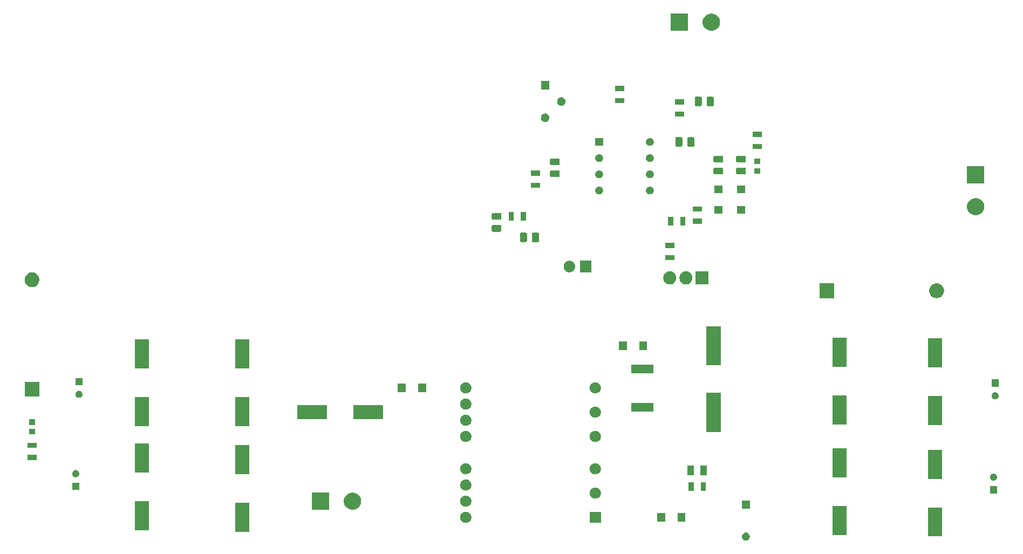
<source format=gbr>
G04 #@! TF.GenerationSoftware,KiCad,Pcbnew,(5.1.4)-1*
G04 #@! TF.CreationDate,2021-04-20T00:23:46+05:30*
G04 #@! TF.ProjectId,transformers-board,7472616e-7366-46f7-926d-6572732d626f,rev?*
G04 #@! TF.SameCoordinates,Original*
G04 #@! TF.FileFunction,Soldermask,Top*
G04 #@! TF.FilePolarity,Negative*
%FSLAX46Y46*%
G04 Gerber Fmt 4.6, Leading zero omitted, Abs format (unit mm)*
G04 Created by KiCad (PCBNEW (5.1.4)-1) date 2021-04-20 00:23:46*
%MOMM*%
%LPD*%
G04 APERTURE LIST*
%ADD10C,0.100000*%
G04 APERTURE END LIST*
D10*
G36*
X174680597Y-128898056D02*
G01*
X174794521Y-128945245D01*
X174794522Y-128945246D01*
X174897052Y-129013754D01*
X174984246Y-129100948D01*
X174984247Y-129100950D01*
X175052755Y-129203479D01*
X175099944Y-129317403D01*
X175124000Y-129438343D01*
X175124000Y-129561657D01*
X175099944Y-129682597D01*
X175052755Y-129796521D01*
X175052754Y-129796522D01*
X174984246Y-129899052D01*
X174897052Y-129986246D01*
X174845438Y-130020733D01*
X174794521Y-130054755D01*
X174680597Y-130101944D01*
X174559657Y-130126000D01*
X174436343Y-130126000D01*
X174315403Y-130101944D01*
X174201479Y-130054755D01*
X174150562Y-130020733D01*
X174098948Y-129986246D01*
X174011754Y-129899052D01*
X173943246Y-129796522D01*
X173943245Y-129796521D01*
X173896056Y-129682597D01*
X173872000Y-129561657D01*
X173872000Y-129438343D01*
X173896056Y-129317403D01*
X173943245Y-129203479D01*
X174011753Y-129100950D01*
X174011754Y-129100948D01*
X174098948Y-129013754D01*
X174201478Y-128945246D01*
X174201479Y-128945245D01*
X174315403Y-128898056D01*
X174436343Y-128874000D01*
X174559657Y-128874000D01*
X174680597Y-128898056D01*
X174680597Y-128898056D01*
G37*
G36*
X205327000Y-129488000D02*
G01*
X203105000Y-129488000D01*
X203105000Y-124926000D01*
X205327000Y-124926000D01*
X205327000Y-129488000D01*
X205327000Y-129488000D01*
G37*
G36*
X190341000Y-129281000D02*
G01*
X188119000Y-129281000D01*
X188119000Y-124719000D01*
X190341000Y-124719000D01*
X190341000Y-129281000D01*
X190341000Y-129281000D01*
G37*
G36*
X96615000Y-128773000D02*
G01*
X94393000Y-128773000D01*
X94393000Y-124211000D01*
X96615000Y-124211000D01*
X96615000Y-128773000D01*
X96615000Y-128773000D01*
G37*
G36*
X80867000Y-128519000D02*
G01*
X78645000Y-128519000D01*
X78645000Y-123957000D01*
X80867000Y-123957000D01*
X80867000Y-128519000D01*
X80867000Y-128519000D01*
G37*
G36*
X130756810Y-125631135D02*
G01*
X130813707Y-125642452D01*
X130974494Y-125709052D01*
X130974496Y-125709053D01*
X131119196Y-125805738D01*
X131242262Y-125928804D01*
X131338947Y-126073504D01*
X131405548Y-126234294D01*
X131439500Y-126404981D01*
X131439500Y-126579019D01*
X131405548Y-126749706D01*
X131338947Y-126910496D01*
X131242262Y-127055196D01*
X131119196Y-127178262D01*
X130974496Y-127274947D01*
X130974495Y-127274948D01*
X130974494Y-127274948D01*
X130813707Y-127341548D01*
X130756810Y-127352865D01*
X130643019Y-127375500D01*
X130468981Y-127375500D01*
X130355190Y-127352865D01*
X130298293Y-127341548D01*
X130137506Y-127274948D01*
X130137505Y-127274948D01*
X130137504Y-127274947D01*
X129992804Y-127178262D01*
X129869738Y-127055196D01*
X129773053Y-126910496D01*
X129706452Y-126749706D01*
X129672500Y-126579019D01*
X129672500Y-126404981D01*
X129706452Y-126234294D01*
X129773053Y-126073504D01*
X129869738Y-125928804D01*
X129992804Y-125805738D01*
X130137504Y-125709053D01*
X130137506Y-125709052D01*
X130298293Y-125642452D01*
X130355190Y-125631135D01*
X130468981Y-125608500D01*
X130643019Y-125608500D01*
X130756810Y-125631135D01*
X130756810Y-125631135D01*
G37*
G36*
X151759500Y-127375500D02*
G01*
X149992500Y-127375500D01*
X149992500Y-125608500D01*
X151759500Y-125608500D01*
X151759500Y-127375500D01*
X151759500Y-127375500D01*
G37*
G36*
X161825000Y-127153000D02*
G01*
X160603000Y-127153000D01*
X160603000Y-125831000D01*
X161825000Y-125831000D01*
X161825000Y-127153000D01*
X161825000Y-127153000D01*
G37*
G36*
X165025000Y-127153000D02*
G01*
X163803000Y-127153000D01*
X163803000Y-125831000D01*
X165025000Y-125831000D01*
X165025000Y-127153000D01*
X165025000Y-127153000D01*
G37*
G36*
X109127000Y-125303000D02*
G01*
X106425000Y-125303000D01*
X106425000Y-122601000D01*
X109127000Y-122601000D01*
X109127000Y-125303000D01*
X109127000Y-125303000D01*
G37*
G36*
X113170072Y-122652918D02*
G01*
X113415939Y-122754759D01*
X113437277Y-122769017D01*
X113637211Y-122902609D01*
X113825391Y-123090789D01*
X113973242Y-123312063D01*
X114075082Y-123557928D01*
X114127000Y-123818937D01*
X114127000Y-124085063D01*
X114075082Y-124346072D01*
X113973241Y-124591939D01*
X113825390Y-124813212D01*
X113637212Y-125001390D01*
X113415939Y-125149241D01*
X113415938Y-125149242D01*
X113415937Y-125149242D01*
X113170072Y-125251082D01*
X112909063Y-125303000D01*
X112642937Y-125303000D01*
X112381928Y-125251082D01*
X112136063Y-125149242D01*
X112136062Y-125149242D01*
X112136061Y-125149241D01*
X111914788Y-125001390D01*
X111726610Y-124813212D01*
X111578759Y-124591939D01*
X111476918Y-124346072D01*
X111425000Y-124085063D01*
X111425000Y-123818937D01*
X111476918Y-123557928D01*
X111578758Y-123312063D01*
X111726609Y-123090789D01*
X111914789Y-122902609D01*
X112114723Y-122769017D01*
X112136061Y-122754759D01*
X112381928Y-122652918D01*
X112642937Y-122601000D01*
X112909063Y-122601000D01*
X113170072Y-122652918D01*
X113170072Y-122652918D01*
G37*
G36*
X175124000Y-125126000D02*
G01*
X173872000Y-125126000D01*
X173872000Y-123874000D01*
X175124000Y-123874000D01*
X175124000Y-125126000D01*
X175124000Y-125126000D01*
G37*
G36*
X130755068Y-123090788D02*
G01*
X130813707Y-123102452D01*
X130974494Y-123169052D01*
X130974496Y-123169053D01*
X131119196Y-123265738D01*
X131242262Y-123388804D01*
X131338947Y-123533504D01*
X131405548Y-123694294D01*
X131439500Y-123864981D01*
X131439500Y-124039019D01*
X131405548Y-124209706D01*
X131338947Y-124370496D01*
X131242262Y-124515196D01*
X131119196Y-124638262D01*
X130974496Y-124734947D01*
X130974495Y-124734948D01*
X130974494Y-124734948D01*
X130813707Y-124801548D01*
X130756810Y-124812865D01*
X130643019Y-124835500D01*
X130468981Y-124835500D01*
X130355190Y-124812865D01*
X130298293Y-124801548D01*
X130137506Y-124734948D01*
X130137505Y-124734948D01*
X130137504Y-124734947D01*
X129992804Y-124638262D01*
X129869738Y-124515196D01*
X129773053Y-124370496D01*
X129706452Y-124209706D01*
X129672500Y-124039019D01*
X129672500Y-123864981D01*
X129706452Y-123694294D01*
X129773053Y-123533504D01*
X129869738Y-123388804D01*
X129992804Y-123265738D01*
X130137504Y-123169053D01*
X130137506Y-123169052D01*
X130298293Y-123102452D01*
X130356932Y-123090788D01*
X130468981Y-123068500D01*
X130643019Y-123068500D01*
X130755068Y-123090788D01*
X130755068Y-123090788D01*
G37*
G36*
X151076810Y-121821135D02*
G01*
X151133707Y-121832452D01*
X151294494Y-121899052D01*
X151294496Y-121899053D01*
X151439196Y-121995738D01*
X151562262Y-122118804D01*
X151657640Y-122261548D01*
X151658948Y-122263506D01*
X151701817Y-122367000D01*
X151725548Y-122424294D01*
X151759500Y-122594981D01*
X151759500Y-122769019D01*
X151725548Y-122939706D01*
X151658947Y-123100496D01*
X151562262Y-123245196D01*
X151439196Y-123368262D01*
X151294496Y-123464947D01*
X151294495Y-123464948D01*
X151294494Y-123464948D01*
X151133707Y-123531548D01*
X151123873Y-123533504D01*
X150963019Y-123565500D01*
X150788981Y-123565500D01*
X150628127Y-123533504D01*
X150618293Y-123531548D01*
X150457506Y-123464948D01*
X150457505Y-123464948D01*
X150457504Y-123464947D01*
X150312804Y-123368262D01*
X150189738Y-123245196D01*
X150093053Y-123100496D01*
X150026452Y-122939706D01*
X149992500Y-122769019D01*
X149992500Y-122594981D01*
X150026452Y-122424294D01*
X150050184Y-122367000D01*
X150093052Y-122263506D01*
X150094360Y-122261548D01*
X150189738Y-122118804D01*
X150312804Y-121995738D01*
X150457504Y-121899053D01*
X150457506Y-121899052D01*
X150618293Y-121832452D01*
X150675190Y-121821135D01*
X150788981Y-121798500D01*
X150963019Y-121798500D01*
X151076810Y-121821135D01*
X151076810Y-121821135D01*
G37*
G36*
X213915000Y-122729000D02*
G01*
X212805000Y-122729000D01*
X212805000Y-121619000D01*
X213915000Y-121619000D01*
X213915000Y-122729000D01*
X213915000Y-122729000D01*
G37*
G36*
X166329000Y-122367000D02*
G01*
X165527000Y-122367000D01*
X165527000Y-120965000D01*
X166329000Y-120965000D01*
X166329000Y-122367000D01*
X166329000Y-122367000D01*
G37*
G36*
X168229000Y-122367000D02*
G01*
X167427000Y-122367000D01*
X167427000Y-120965000D01*
X168229000Y-120965000D01*
X168229000Y-122367000D01*
X168229000Y-122367000D01*
G37*
G36*
X130756810Y-120551135D02*
G01*
X130813707Y-120562452D01*
X130916666Y-120605099D01*
X130974496Y-120629053D01*
X131119196Y-120725738D01*
X131242262Y-120848804D01*
X131319901Y-120965000D01*
X131338948Y-120993506D01*
X131374361Y-121079000D01*
X131405548Y-121154294D01*
X131439500Y-121324981D01*
X131439500Y-121499019D01*
X131405548Y-121669706D01*
X131338947Y-121830496D01*
X131242262Y-121975196D01*
X131119196Y-122098262D01*
X130974496Y-122194947D01*
X130974495Y-122194948D01*
X130974494Y-122194948D01*
X130813707Y-122261548D01*
X130803873Y-122263504D01*
X130643019Y-122295500D01*
X130468981Y-122295500D01*
X130308127Y-122263504D01*
X130298293Y-122261548D01*
X130137506Y-122194948D01*
X130137505Y-122194948D01*
X130137504Y-122194947D01*
X129992804Y-122098262D01*
X129869738Y-121975196D01*
X129773053Y-121830496D01*
X129706452Y-121669706D01*
X129672500Y-121499019D01*
X129672500Y-121324981D01*
X129706452Y-121154294D01*
X129737640Y-121079000D01*
X129773052Y-120993506D01*
X129792099Y-120965000D01*
X129869738Y-120848804D01*
X129992804Y-120725738D01*
X130137504Y-120629053D01*
X130195334Y-120605099D01*
X130298293Y-120562452D01*
X130355190Y-120551135D01*
X130468981Y-120528500D01*
X130643019Y-120528500D01*
X130756810Y-120551135D01*
X130756810Y-120551135D01*
G37*
G36*
X69897000Y-122189000D02*
G01*
X68787000Y-122189000D01*
X68787000Y-121079000D01*
X69897000Y-121079000D01*
X69897000Y-122189000D01*
X69897000Y-122189000D01*
G37*
G36*
X213521886Y-119640328D02*
G01*
X213622892Y-119682166D01*
X213713789Y-119742901D01*
X213791099Y-119820211D01*
X213851834Y-119911108D01*
X213893672Y-120012114D01*
X213915000Y-120119336D01*
X213915000Y-120228664D01*
X213893672Y-120335886D01*
X213851834Y-120436892D01*
X213791099Y-120527789D01*
X213713789Y-120605099D01*
X213622892Y-120665834D01*
X213521886Y-120707672D01*
X213414664Y-120729000D01*
X213305336Y-120729000D01*
X213198114Y-120707672D01*
X213097108Y-120665834D01*
X213006211Y-120605099D01*
X212928901Y-120527789D01*
X212868166Y-120436892D01*
X212826328Y-120335886D01*
X212805000Y-120228664D01*
X212805000Y-120119336D01*
X212826328Y-120012114D01*
X212868166Y-119911108D01*
X212928901Y-119820211D01*
X213006211Y-119742901D01*
X213097108Y-119682166D01*
X213198114Y-119640328D01*
X213305336Y-119619000D01*
X213414664Y-119619000D01*
X213521886Y-119640328D01*
X213521886Y-119640328D01*
G37*
G36*
X205327000Y-120438000D02*
G01*
X203105000Y-120438000D01*
X203105000Y-115876000D01*
X205327000Y-115876000D01*
X205327000Y-120438000D01*
X205327000Y-120438000D01*
G37*
G36*
X190341000Y-120231000D02*
G01*
X188119000Y-120231000D01*
X188119000Y-115669000D01*
X190341000Y-115669000D01*
X190341000Y-120231000D01*
X190341000Y-120231000D01*
G37*
G36*
X69503886Y-119100328D02*
G01*
X69604892Y-119142166D01*
X69695789Y-119202901D01*
X69773099Y-119280211D01*
X69833834Y-119371108D01*
X69875672Y-119472114D01*
X69897000Y-119579336D01*
X69897000Y-119688664D01*
X69875672Y-119795886D01*
X69833834Y-119896892D01*
X69773099Y-119987789D01*
X69695789Y-120065099D01*
X69604892Y-120125834D01*
X69503886Y-120167672D01*
X69396664Y-120189000D01*
X69287336Y-120189000D01*
X69180114Y-120167672D01*
X69079108Y-120125834D01*
X68988211Y-120065099D01*
X68910901Y-119987789D01*
X68850166Y-119896892D01*
X68808328Y-119795886D01*
X68787000Y-119688664D01*
X68787000Y-119579336D01*
X68808328Y-119472114D01*
X68850166Y-119371108D01*
X68910901Y-119280211D01*
X68988211Y-119202901D01*
X69079108Y-119142166D01*
X69180114Y-119100328D01*
X69287336Y-119079000D01*
X69396664Y-119079000D01*
X69503886Y-119100328D01*
X69503886Y-119100328D01*
G37*
G36*
X168373000Y-119887000D02*
G01*
X167351000Y-119887000D01*
X167351000Y-118365000D01*
X168373000Y-118365000D01*
X168373000Y-119887000D01*
X168373000Y-119887000D01*
G37*
G36*
X166373000Y-119887000D02*
G01*
X165351000Y-119887000D01*
X165351000Y-118365000D01*
X166373000Y-118365000D01*
X166373000Y-119887000D01*
X166373000Y-119887000D01*
G37*
G36*
X130756810Y-118011135D02*
G01*
X130813707Y-118022452D01*
X130974494Y-118089052D01*
X130974496Y-118089053D01*
X131119196Y-118185738D01*
X131242262Y-118308804D01*
X131338947Y-118453504D01*
X131338948Y-118453506D01*
X131405548Y-118614293D01*
X131439500Y-118784983D01*
X131439500Y-118959017D01*
X131405548Y-119129707D01*
X131343207Y-119280211D01*
X131338947Y-119290496D01*
X131242262Y-119435196D01*
X131119196Y-119558262D01*
X130974496Y-119654947D01*
X130974495Y-119654948D01*
X130974494Y-119654948D01*
X130813707Y-119721548D01*
X130756810Y-119732865D01*
X130643019Y-119755500D01*
X130468981Y-119755500D01*
X130355190Y-119732865D01*
X130298293Y-119721548D01*
X130137506Y-119654948D01*
X130137505Y-119654948D01*
X130137504Y-119654947D01*
X129992804Y-119558262D01*
X129869738Y-119435196D01*
X129773053Y-119290496D01*
X129768793Y-119280211D01*
X129706452Y-119129707D01*
X129672500Y-118959017D01*
X129672500Y-118784983D01*
X129706452Y-118614293D01*
X129773052Y-118453506D01*
X129773053Y-118453504D01*
X129869738Y-118308804D01*
X129992804Y-118185738D01*
X130137504Y-118089053D01*
X130137506Y-118089052D01*
X130298293Y-118022452D01*
X130355190Y-118011135D01*
X130468981Y-117988500D01*
X130643019Y-117988500D01*
X130756810Y-118011135D01*
X130756810Y-118011135D01*
G37*
G36*
X151076810Y-118011135D02*
G01*
X151133707Y-118022452D01*
X151294494Y-118089052D01*
X151294496Y-118089053D01*
X151439196Y-118185738D01*
X151562262Y-118308804D01*
X151658947Y-118453504D01*
X151658948Y-118453506D01*
X151725548Y-118614293D01*
X151759500Y-118784983D01*
X151759500Y-118959017D01*
X151725548Y-119129707D01*
X151663207Y-119280211D01*
X151658947Y-119290496D01*
X151562262Y-119435196D01*
X151439196Y-119558262D01*
X151294496Y-119654947D01*
X151294495Y-119654948D01*
X151294494Y-119654948D01*
X151133707Y-119721548D01*
X151076810Y-119732865D01*
X150963019Y-119755500D01*
X150788981Y-119755500D01*
X150675190Y-119732865D01*
X150618293Y-119721548D01*
X150457506Y-119654948D01*
X150457505Y-119654948D01*
X150457504Y-119654947D01*
X150312804Y-119558262D01*
X150189738Y-119435196D01*
X150093053Y-119290496D01*
X150088793Y-119280211D01*
X150026452Y-119129707D01*
X149992500Y-118959017D01*
X149992500Y-118784983D01*
X150026452Y-118614293D01*
X150093052Y-118453506D01*
X150093053Y-118453504D01*
X150189738Y-118308804D01*
X150312804Y-118185738D01*
X150457504Y-118089053D01*
X150457506Y-118089052D01*
X150618293Y-118022452D01*
X150675190Y-118011135D01*
X150788981Y-117988500D01*
X150963019Y-117988500D01*
X151076810Y-118011135D01*
X151076810Y-118011135D01*
G37*
G36*
X96615000Y-119723000D02*
G01*
X94393000Y-119723000D01*
X94393000Y-115161000D01*
X96615000Y-115161000D01*
X96615000Y-119723000D01*
X96615000Y-119723000D01*
G37*
G36*
X80867000Y-119469000D02*
G01*
X78645000Y-119469000D01*
X78645000Y-114907000D01*
X80867000Y-114907000D01*
X80867000Y-119469000D01*
X80867000Y-119469000D01*
G37*
G36*
X63185000Y-117495000D02*
G01*
X61783000Y-117495000D01*
X61783000Y-116693000D01*
X63185000Y-116693000D01*
X63185000Y-117495000D01*
X63185000Y-117495000D01*
G37*
G36*
X63185000Y-115595000D02*
G01*
X61783000Y-115595000D01*
X61783000Y-114793000D01*
X63185000Y-114793000D01*
X63185000Y-115595000D01*
X63185000Y-115595000D01*
G37*
G36*
X130756810Y-112931135D02*
G01*
X130813707Y-112942452D01*
X130974494Y-113009052D01*
X130974496Y-113009053D01*
X131119196Y-113105738D01*
X131242262Y-113228804D01*
X131338947Y-113373504D01*
X131405548Y-113534294D01*
X131439500Y-113704981D01*
X131439500Y-113879019D01*
X131405548Y-114049706D01*
X131338947Y-114210496D01*
X131242262Y-114355196D01*
X131119196Y-114478262D01*
X130974496Y-114574947D01*
X130974495Y-114574948D01*
X130974494Y-114574948D01*
X130813707Y-114641548D01*
X130756810Y-114652865D01*
X130643019Y-114675500D01*
X130468981Y-114675500D01*
X130355190Y-114652865D01*
X130298293Y-114641548D01*
X130137506Y-114574948D01*
X130137505Y-114574948D01*
X130137504Y-114574947D01*
X129992804Y-114478262D01*
X129869738Y-114355196D01*
X129773053Y-114210496D01*
X129706452Y-114049706D01*
X129672500Y-113879019D01*
X129672500Y-113704981D01*
X129706452Y-113534294D01*
X129773053Y-113373504D01*
X129869738Y-113228804D01*
X129992804Y-113105738D01*
X130137504Y-113009053D01*
X130137506Y-113009052D01*
X130298293Y-112942452D01*
X130355190Y-112931135D01*
X130468981Y-112908500D01*
X130643019Y-112908500D01*
X130756810Y-112931135D01*
X130756810Y-112931135D01*
G37*
G36*
X151076810Y-112931135D02*
G01*
X151133707Y-112942452D01*
X151294494Y-113009052D01*
X151294496Y-113009053D01*
X151439196Y-113105738D01*
X151562262Y-113228804D01*
X151658947Y-113373504D01*
X151725548Y-113534294D01*
X151759500Y-113704981D01*
X151759500Y-113879019D01*
X151725548Y-114049706D01*
X151658947Y-114210496D01*
X151562262Y-114355196D01*
X151439196Y-114478262D01*
X151294496Y-114574947D01*
X151294495Y-114574948D01*
X151294494Y-114574948D01*
X151133707Y-114641548D01*
X151076810Y-114652865D01*
X150963019Y-114675500D01*
X150788981Y-114675500D01*
X150675190Y-114652865D01*
X150618293Y-114641548D01*
X150457506Y-114574948D01*
X150457505Y-114574948D01*
X150457504Y-114574947D01*
X150312804Y-114478262D01*
X150189738Y-114355196D01*
X150093053Y-114210496D01*
X150026452Y-114049706D01*
X149992500Y-113879019D01*
X149992500Y-113704981D01*
X150026452Y-113534294D01*
X150093053Y-113373504D01*
X150189738Y-113228804D01*
X150312804Y-113105738D01*
X150457504Y-113009053D01*
X150457506Y-113009052D01*
X150618293Y-112942452D01*
X150675190Y-112931135D01*
X150788981Y-112908500D01*
X150963019Y-112908500D01*
X151076810Y-112931135D01*
X151076810Y-112931135D01*
G37*
G36*
X62935000Y-113481000D02*
G01*
X62033000Y-113481000D01*
X62033000Y-112579000D01*
X62935000Y-112579000D01*
X62935000Y-113481000D01*
X62935000Y-113481000D01*
G37*
G36*
X170574000Y-113099000D02*
G01*
X168262000Y-113099000D01*
X168262000Y-106937000D01*
X170574000Y-106937000D01*
X170574000Y-113099000D01*
X170574000Y-113099000D01*
G37*
G36*
X96615000Y-112169000D02*
G01*
X94393000Y-112169000D01*
X94393000Y-107607000D01*
X96615000Y-107607000D01*
X96615000Y-112169000D01*
X96615000Y-112169000D01*
G37*
G36*
X80867000Y-112169000D02*
G01*
X78645000Y-112169000D01*
X78645000Y-107607000D01*
X80867000Y-107607000D01*
X80867000Y-112169000D01*
X80867000Y-112169000D01*
G37*
G36*
X130756810Y-110391135D02*
G01*
X130813707Y-110402452D01*
X130974494Y-110469052D01*
X130974496Y-110469053D01*
X131119196Y-110565738D01*
X131242262Y-110688804D01*
X131337640Y-110831548D01*
X131338948Y-110833506D01*
X131375262Y-110921175D01*
X131405548Y-110994294D01*
X131439500Y-111164981D01*
X131439500Y-111339019D01*
X131405548Y-111509706D01*
X131338947Y-111670496D01*
X131242262Y-111815196D01*
X131119196Y-111938262D01*
X130974496Y-112034947D01*
X130974495Y-112034948D01*
X130974494Y-112034948D01*
X130813707Y-112101548D01*
X130756810Y-112112865D01*
X130643019Y-112135500D01*
X130468981Y-112135500D01*
X130355190Y-112112865D01*
X130298293Y-112101548D01*
X130137506Y-112034948D01*
X130137505Y-112034948D01*
X130137504Y-112034947D01*
X129992804Y-111938262D01*
X129869738Y-111815196D01*
X129773053Y-111670496D01*
X129706452Y-111509706D01*
X129672500Y-111339019D01*
X129672500Y-111164981D01*
X129706452Y-110994294D01*
X129736739Y-110921175D01*
X129773052Y-110833506D01*
X129774360Y-110831548D01*
X129869738Y-110688804D01*
X129992804Y-110565738D01*
X130137504Y-110469053D01*
X130137506Y-110469052D01*
X130298293Y-110402452D01*
X130355190Y-110391135D01*
X130468981Y-110368500D01*
X130643019Y-110368500D01*
X130756810Y-110391135D01*
X130756810Y-110391135D01*
G37*
G36*
X205327000Y-112009000D02*
G01*
X203105000Y-112009000D01*
X203105000Y-107447000D01*
X205327000Y-107447000D01*
X205327000Y-112009000D01*
X205327000Y-112009000D01*
G37*
G36*
X62935000Y-111981000D02*
G01*
X62033000Y-111981000D01*
X62033000Y-111079000D01*
X62935000Y-111079000D01*
X62935000Y-111981000D01*
X62935000Y-111981000D01*
G37*
G36*
X190341000Y-111915000D02*
G01*
X188119000Y-111915000D01*
X188119000Y-107353000D01*
X190341000Y-107353000D01*
X190341000Y-111915000D01*
X190341000Y-111915000D01*
G37*
G36*
X108642536Y-108884800D02*
G01*
X108673738Y-108894265D01*
X108702486Y-108909631D01*
X108727687Y-108930313D01*
X108748369Y-108955514D01*
X108763735Y-108984262D01*
X108773200Y-109015464D01*
X108777000Y-109054046D01*
X108777000Y-110909954D01*
X108773200Y-110948536D01*
X108763735Y-110979738D01*
X108748369Y-111008486D01*
X108727687Y-111033687D01*
X108702486Y-111054369D01*
X108673738Y-111069735D01*
X108642536Y-111079200D01*
X108603954Y-111083000D01*
X104248046Y-111083000D01*
X104209464Y-111079200D01*
X104178262Y-111069735D01*
X104149514Y-111054369D01*
X104124313Y-111033687D01*
X104103631Y-111008486D01*
X104088265Y-110979738D01*
X104078800Y-110948536D01*
X104075000Y-110909954D01*
X104075000Y-109054046D01*
X104078800Y-109015464D01*
X104088265Y-108984262D01*
X104103631Y-108955514D01*
X104124313Y-108930313D01*
X104149514Y-108909631D01*
X104178262Y-108894265D01*
X104209464Y-108884800D01*
X104248046Y-108881000D01*
X108603954Y-108881000D01*
X108642536Y-108884800D01*
X108642536Y-108884800D01*
G37*
G36*
X117442536Y-108884800D02*
G01*
X117473738Y-108894265D01*
X117502486Y-108909631D01*
X117527687Y-108930313D01*
X117548369Y-108955514D01*
X117563735Y-108984262D01*
X117573200Y-109015464D01*
X117577000Y-109054046D01*
X117577000Y-110909954D01*
X117573200Y-110948536D01*
X117563735Y-110979738D01*
X117548369Y-111008486D01*
X117527687Y-111033687D01*
X117502486Y-111054369D01*
X117473738Y-111069735D01*
X117442536Y-111079200D01*
X117403954Y-111083000D01*
X113048046Y-111083000D01*
X113009464Y-111079200D01*
X112978262Y-111069735D01*
X112949514Y-111054369D01*
X112924313Y-111033687D01*
X112903631Y-111008486D01*
X112888265Y-110979738D01*
X112878800Y-110948536D01*
X112875000Y-110909954D01*
X112875000Y-109054046D01*
X112878800Y-109015464D01*
X112888265Y-108984262D01*
X112903631Y-108955514D01*
X112924313Y-108930313D01*
X112949514Y-108909631D01*
X112978262Y-108894265D01*
X113009464Y-108884800D01*
X113048046Y-108881000D01*
X117403954Y-108881000D01*
X117442536Y-108884800D01*
X117442536Y-108884800D01*
G37*
G36*
X151076810Y-109121135D02*
G01*
X151133707Y-109132452D01*
X151159517Y-109143143D01*
X151294496Y-109199053D01*
X151439196Y-109295738D01*
X151562262Y-109418804D01*
X151658947Y-109563504D01*
X151725548Y-109724294D01*
X151759500Y-109894981D01*
X151759500Y-110069019D01*
X151725548Y-110239706D01*
X151658947Y-110400496D01*
X151562262Y-110545196D01*
X151439196Y-110668262D01*
X151294496Y-110764947D01*
X151294495Y-110764948D01*
X151294494Y-110764948D01*
X151133707Y-110831548D01*
X151123873Y-110833504D01*
X150963019Y-110865500D01*
X150788981Y-110865500D01*
X150628127Y-110833504D01*
X150618293Y-110831548D01*
X150457506Y-110764948D01*
X150457505Y-110764948D01*
X150457504Y-110764947D01*
X150312804Y-110668262D01*
X150189738Y-110545196D01*
X150093053Y-110400496D01*
X150026452Y-110239706D01*
X149992500Y-110069019D01*
X149992500Y-109894981D01*
X150026452Y-109724294D01*
X150093053Y-109563504D01*
X150189738Y-109418804D01*
X150312804Y-109295738D01*
X150457504Y-109199053D01*
X150592483Y-109143143D01*
X150618293Y-109132452D01*
X150675190Y-109121135D01*
X150788981Y-109098500D01*
X150963019Y-109098500D01*
X151076810Y-109121135D01*
X151076810Y-109121135D01*
G37*
G36*
X159953000Y-109891000D02*
G01*
X156531000Y-109891000D01*
X156531000Y-108549000D01*
X159953000Y-108549000D01*
X159953000Y-109891000D01*
X159953000Y-109891000D01*
G37*
G36*
X130756810Y-107851135D02*
G01*
X130813707Y-107862452D01*
X130974494Y-107929052D01*
X130974496Y-107929053D01*
X131119196Y-108025738D01*
X131242262Y-108148804D01*
X131338947Y-108293504D01*
X131338948Y-108293506D01*
X131405548Y-108454293D01*
X131439500Y-108624983D01*
X131439500Y-108799017D01*
X131405548Y-108969707D01*
X131354892Y-109092001D01*
X131338947Y-109130496D01*
X131242262Y-109275196D01*
X131119196Y-109398262D01*
X130974496Y-109494947D01*
X130974495Y-109494948D01*
X130974494Y-109494948D01*
X130813707Y-109561548D01*
X130803873Y-109563504D01*
X130643019Y-109595500D01*
X130468981Y-109595500D01*
X130308127Y-109563504D01*
X130298293Y-109561548D01*
X130137506Y-109494948D01*
X130137505Y-109494948D01*
X130137504Y-109494947D01*
X129992804Y-109398262D01*
X129869738Y-109275196D01*
X129773053Y-109130496D01*
X129757108Y-109092001D01*
X129706452Y-108969707D01*
X129672500Y-108799017D01*
X129672500Y-108624983D01*
X129706452Y-108454293D01*
X129773052Y-108293506D01*
X129773053Y-108293504D01*
X129869738Y-108148804D01*
X129992804Y-108025738D01*
X130137504Y-107929053D01*
X130137506Y-107929052D01*
X130298293Y-107862452D01*
X130355190Y-107851135D01*
X130468981Y-107828500D01*
X130643019Y-107828500D01*
X130756810Y-107851135D01*
X130756810Y-107851135D01*
G37*
G36*
X213775886Y-106876328D02*
G01*
X213876892Y-106918166D01*
X213967789Y-106978901D01*
X214045099Y-107056211D01*
X214105834Y-107147108D01*
X214147672Y-107248114D01*
X214169000Y-107355336D01*
X214169000Y-107464664D01*
X214147672Y-107571886D01*
X214105834Y-107672892D01*
X214045099Y-107763789D01*
X213967789Y-107841099D01*
X213876892Y-107901834D01*
X213775886Y-107943672D01*
X213668664Y-107965000D01*
X213559336Y-107965000D01*
X213452114Y-107943672D01*
X213351108Y-107901834D01*
X213260211Y-107841099D01*
X213182901Y-107763789D01*
X213122166Y-107672892D01*
X213080328Y-107571886D01*
X213059000Y-107464664D01*
X213059000Y-107355336D01*
X213080328Y-107248114D01*
X213122166Y-107147108D01*
X213182901Y-107056211D01*
X213260211Y-106978901D01*
X213351108Y-106918166D01*
X213452114Y-106876328D01*
X213559336Y-106855000D01*
X213668664Y-106855000D01*
X213775886Y-106876328D01*
X213775886Y-106876328D01*
G37*
G36*
X70011886Y-106638328D02*
G01*
X70112892Y-106680166D01*
X70203789Y-106740901D01*
X70281099Y-106818211D01*
X70341834Y-106909108D01*
X70383672Y-107010114D01*
X70405000Y-107117336D01*
X70405000Y-107226664D01*
X70383672Y-107333886D01*
X70341834Y-107434892D01*
X70281099Y-107525789D01*
X70203789Y-107603099D01*
X70112892Y-107663834D01*
X70011886Y-107705672D01*
X69904664Y-107727000D01*
X69795336Y-107727000D01*
X69688114Y-107705672D01*
X69587108Y-107663834D01*
X69496211Y-107603099D01*
X69418901Y-107525789D01*
X69358166Y-107434892D01*
X69316328Y-107333886D01*
X69295000Y-107226664D01*
X69295000Y-107117336D01*
X69316328Y-107010114D01*
X69358166Y-106909108D01*
X69418901Y-106818211D01*
X69496211Y-106740901D01*
X69587108Y-106680166D01*
X69688114Y-106638328D01*
X69795336Y-106617000D01*
X69904664Y-106617000D01*
X70011886Y-106638328D01*
X70011886Y-106638328D01*
G37*
G36*
X63635000Y-107541000D02*
G01*
X61333000Y-107541000D01*
X61333000Y-105239000D01*
X63635000Y-105239000D01*
X63635000Y-107541000D01*
X63635000Y-107541000D01*
G37*
G36*
X130756810Y-105311135D02*
G01*
X130813707Y-105322452D01*
X130974494Y-105389052D01*
X130974496Y-105389053D01*
X131119196Y-105485738D01*
X131242262Y-105608804D01*
X131338947Y-105753504D01*
X131405548Y-105914294D01*
X131439500Y-106084981D01*
X131439500Y-106259019D01*
X131405548Y-106429706D01*
X131338947Y-106590496D01*
X131242262Y-106735196D01*
X131119196Y-106858262D01*
X130974496Y-106954947D01*
X130974495Y-106954948D01*
X130974494Y-106954948D01*
X130813707Y-107021548D01*
X130756810Y-107032865D01*
X130643019Y-107055500D01*
X130468981Y-107055500D01*
X130355190Y-107032865D01*
X130298293Y-107021548D01*
X130137506Y-106954948D01*
X130137505Y-106954948D01*
X130137504Y-106954947D01*
X129992804Y-106858262D01*
X129869738Y-106735196D01*
X129773053Y-106590496D01*
X129706452Y-106429706D01*
X129672500Y-106259019D01*
X129672500Y-106084981D01*
X129706452Y-105914294D01*
X129773053Y-105753504D01*
X129869738Y-105608804D01*
X129992804Y-105485738D01*
X130137504Y-105389053D01*
X130137506Y-105389052D01*
X130298293Y-105322452D01*
X130355190Y-105311135D01*
X130468981Y-105288500D01*
X130643019Y-105288500D01*
X130756810Y-105311135D01*
X130756810Y-105311135D01*
G37*
G36*
X151076810Y-105311135D02*
G01*
X151133707Y-105322452D01*
X151294494Y-105389052D01*
X151294496Y-105389053D01*
X151439196Y-105485738D01*
X151562262Y-105608804D01*
X151658947Y-105753504D01*
X151725548Y-105914294D01*
X151759500Y-106084981D01*
X151759500Y-106259019D01*
X151725548Y-106429706D01*
X151658947Y-106590496D01*
X151562262Y-106735196D01*
X151439196Y-106858262D01*
X151294496Y-106954947D01*
X151294495Y-106954948D01*
X151294494Y-106954948D01*
X151133707Y-107021548D01*
X151076810Y-107032865D01*
X150963019Y-107055500D01*
X150788981Y-107055500D01*
X150675190Y-107032865D01*
X150618293Y-107021548D01*
X150457506Y-106954948D01*
X150457505Y-106954948D01*
X150457504Y-106954947D01*
X150312804Y-106858262D01*
X150189738Y-106735196D01*
X150093053Y-106590496D01*
X150026452Y-106429706D01*
X149992500Y-106259019D01*
X149992500Y-106084981D01*
X150026452Y-105914294D01*
X150093053Y-105753504D01*
X150189738Y-105608804D01*
X150312804Y-105485738D01*
X150457504Y-105389053D01*
X150457506Y-105389052D01*
X150618293Y-105322452D01*
X150675190Y-105311135D01*
X150788981Y-105288500D01*
X150963019Y-105288500D01*
X151076810Y-105311135D01*
X151076810Y-105311135D01*
G37*
G36*
X124309000Y-106833000D02*
G01*
X123087000Y-106833000D01*
X123087000Y-105511000D01*
X124309000Y-105511000D01*
X124309000Y-106833000D01*
X124309000Y-106833000D01*
G37*
G36*
X121109000Y-106833000D02*
G01*
X119887000Y-106833000D01*
X119887000Y-105511000D01*
X121109000Y-105511000D01*
X121109000Y-106833000D01*
X121109000Y-106833000D01*
G37*
G36*
X214169000Y-105965000D02*
G01*
X213059000Y-105965000D01*
X213059000Y-104855000D01*
X214169000Y-104855000D01*
X214169000Y-105965000D01*
X214169000Y-105965000D01*
G37*
G36*
X70405000Y-105727000D02*
G01*
X69295000Y-105727000D01*
X69295000Y-104617000D01*
X70405000Y-104617000D01*
X70405000Y-105727000D01*
X70405000Y-105727000D01*
G37*
G36*
X159953000Y-103911000D02*
G01*
X156531000Y-103911000D01*
X156531000Y-102569000D01*
X159953000Y-102569000D01*
X159953000Y-103911000D01*
X159953000Y-103911000D01*
G37*
G36*
X80867000Y-103119000D02*
G01*
X78645000Y-103119000D01*
X78645000Y-98557000D01*
X80867000Y-98557000D01*
X80867000Y-103119000D01*
X80867000Y-103119000D01*
G37*
G36*
X96615000Y-103119000D02*
G01*
X94393000Y-103119000D01*
X94393000Y-98557000D01*
X96615000Y-98557000D01*
X96615000Y-103119000D01*
X96615000Y-103119000D01*
G37*
G36*
X205327000Y-102959000D02*
G01*
X203105000Y-102959000D01*
X203105000Y-98397000D01*
X205327000Y-98397000D01*
X205327000Y-102959000D01*
X205327000Y-102959000D01*
G37*
G36*
X190341000Y-102865000D02*
G01*
X188119000Y-102865000D01*
X188119000Y-98303000D01*
X190341000Y-98303000D01*
X190341000Y-102865000D01*
X190341000Y-102865000D01*
G37*
G36*
X170574000Y-102649000D02*
G01*
X168262000Y-102649000D01*
X168262000Y-96487000D01*
X170574000Y-96487000D01*
X170574000Y-102649000D01*
X170574000Y-102649000D01*
G37*
G36*
X159005000Y-100229000D02*
G01*
X157783000Y-100229000D01*
X157783000Y-98907000D01*
X159005000Y-98907000D01*
X159005000Y-100229000D01*
X159005000Y-100229000D01*
G37*
G36*
X155805000Y-100229000D02*
G01*
X154583000Y-100229000D01*
X154583000Y-98907000D01*
X155805000Y-98907000D01*
X155805000Y-100229000D01*
X155805000Y-100229000D01*
G37*
G36*
X188385000Y-92083000D02*
G01*
X186083000Y-92083000D01*
X186083000Y-89781000D01*
X188385000Y-89781000D01*
X188385000Y-92083000D01*
X188385000Y-92083000D01*
G37*
G36*
X204572084Y-89785917D02*
G01*
X204769734Y-89825232D01*
X204979203Y-89911997D01*
X205167720Y-90037960D01*
X205328040Y-90198280D01*
X205454003Y-90386797D01*
X205540768Y-90596266D01*
X205585000Y-90818636D01*
X205585000Y-91045364D01*
X205540768Y-91267734D01*
X205454003Y-91477203D01*
X205328040Y-91665720D01*
X205167720Y-91826040D01*
X204979203Y-91952003D01*
X204769734Y-92038768D01*
X204658549Y-92060884D01*
X204547365Y-92083000D01*
X204320635Y-92083000D01*
X204209451Y-92060884D01*
X204098266Y-92038768D01*
X203888797Y-91952003D01*
X203700280Y-91826040D01*
X203539960Y-91665720D01*
X203413997Y-91477203D01*
X203327232Y-91267734D01*
X203283000Y-91045364D01*
X203283000Y-90818636D01*
X203327232Y-90596266D01*
X203413997Y-90386797D01*
X203539960Y-90198280D01*
X203700280Y-90037960D01*
X203888797Y-89911997D01*
X204098266Y-89825232D01*
X204295916Y-89785917D01*
X204320635Y-89781000D01*
X204547365Y-89781000D01*
X204572084Y-89785917D01*
X204572084Y-89785917D01*
G37*
G36*
X62708549Y-88061116D02*
G01*
X62819734Y-88083232D01*
X63029203Y-88169997D01*
X63217720Y-88295960D01*
X63378040Y-88456280D01*
X63504003Y-88644797D01*
X63569619Y-88803207D01*
X63590768Y-88854267D01*
X63635000Y-89076635D01*
X63635000Y-89303365D01*
X63629029Y-89333381D01*
X63590768Y-89525734D01*
X63504003Y-89735203D01*
X63378040Y-89923720D01*
X63217720Y-90084040D01*
X63029203Y-90210003D01*
X62819734Y-90296768D01*
X62708549Y-90318884D01*
X62597365Y-90341000D01*
X62370635Y-90341000D01*
X62259451Y-90318884D01*
X62148266Y-90296768D01*
X61938797Y-90210003D01*
X61750280Y-90084040D01*
X61589960Y-89923720D01*
X61463997Y-89735203D01*
X61377232Y-89525734D01*
X61338971Y-89333381D01*
X61333000Y-89303365D01*
X61333000Y-89076635D01*
X61377232Y-88854267D01*
X61398382Y-88803207D01*
X61463997Y-88644797D01*
X61589960Y-88456280D01*
X61750280Y-88295960D01*
X61938797Y-88169997D01*
X62148266Y-88083232D01*
X62259451Y-88061116D01*
X62370635Y-88039000D01*
X62597365Y-88039000D01*
X62708549Y-88061116D01*
X62708549Y-88061116D01*
G37*
G36*
X162756720Y-87863520D02*
G01*
X162945881Y-87920901D01*
X163120212Y-88014083D01*
X163273015Y-88139485D01*
X163398417Y-88292288D01*
X163442182Y-88374167D01*
X163491598Y-88466617D01*
X163491599Y-88466620D01*
X163548980Y-88655781D01*
X163563500Y-88803207D01*
X163563500Y-88996794D01*
X163548980Y-89144220D01*
X163491599Y-89333381D01*
X163398417Y-89507712D01*
X163273015Y-89660515D01*
X163120212Y-89785917D01*
X163046658Y-89825232D01*
X162945883Y-89879098D01*
X162945880Y-89879099D01*
X162756719Y-89936480D01*
X162560000Y-89955855D01*
X162363280Y-89936480D01*
X162174119Y-89879099D01*
X161999788Y-89785917D01*
X161846985Y-89660515D01*
X161721583Y-89507712D01*
X161677818Y-89425833D01*
X161628402Y-89333383D01*
X161619296Y-89303364D01*
X161571020Y-89144219D01*
X161556500Y-88996793D01*
X161556500Y-88803206D01*
X161571020Y-88655780D01*
X161628401Y-88466619D01*
X161721583Y-88292288D01*
X161846985Y-88139485D01*
X161999788Y-88014083D01*
X162174120Y-87920901D01*
X162363281Y-87863520D01*
X162560000Y-87844145D01*
X162756720Y-87863520D01*
X162756720Y-87863520D01*
G37*
G36*
X165296720Y-87863520D02*
G01*
X165485881Y-87920901D01*
X165660212Y-88014083D01*
X165813015Y-88139485D01*
X165938417Y-88292288D01*
X165982182Y-88374167D01*
X166031598Y-88466617D01*
X166031599Y-88466620D01*
X166088980Y-88655781D01*
X166103500Y-88803207D01*
X166103500Y-88996794D01*
X166088980Y-89144220D01*
X166031599Y-89333381D01*
X165938417Y-89507712D01*
X165813015Y-89660515D01*
X165660212Y-89785917D01*
X165586658Y-89825232D01*
X165485883Y-89879098D01*
X165485880Y-89879099D01*
X165296719Y-89936480D01*
X165100000Y-89955855D01*
X164903280Y-89936480D01*
X164714119Y-89879099D01*
X164539788Y-89785917D01*
X164386985Y-89660515D01*
X164261583Y-89507712D01*
X164217818Y-89425833D01*
X164168402Y-89333383D01*
X164159296Y-89303364D01*
X164111020Y-89144219D01*
X164096500Y-88996793D01*
X164096500Y-88803206D01*
X164111020Y-88655780D01*
X164168401Y-88466619D01*
X164261583Y-88292288D01*
X164386985Y-88139485D01*
X164539788Y-88014083D01*
X164714120Y-87920901D01*
X164903281Y-87863520D01*
X165100000Y-87844145D01*
X165296720Y-87863520D01*
X165296720Y-87863520D01*
G37*
G36*
X168643500Y-89951000D02*
G01*
X166636500Y-89951000D01*
X166636500Y-87849000D01*
X168643500Y-87849000D01*
X168643500Y-89951000D01*
X168643500Y-89951000D01*
G37*
G36*
X146922443Y-86227519D02*
G01*
X146988627Y-86234037D01*
X147158466Y-86285557D01*
X147314991Y-86369222D01*
X147350729Y-86398552D01*
X147452186Y-86481814D01*
X147535448Y-86583271D01*
X147564778Y-86619009D01*
X147648443Y-86775534D01*
X147699963Y-86945373D01*
X147717359Y-87122000D01*
X147699963Y-87298627D01*
X147648443Y-87468466D01*
X147564778Y-87624991D01*
X147535448Y-87660729D01*
X147452186Y-87762186D01*
X147352317Y-87844145D01*
X147314991Y-87874778D01*
X147158466Y-87958443D01*
X146988627Y-88009963D01*
X146946795Y-88014083D01*
X146856260Y-88023000D01*
X146767740Y-88023000D01*
X146677205Y-88014083D01*
X146635373Y-88009963D01*
X146465534Y-87958443D01*
X146309009Y-87874778D01*
X146271683Y-87844145D01*
X146171814Y-87762186D01*
X146088552Y-87660729D01*
X146059222Y-87624991D01*
X145975557Y-87468466D01*
X145924037Y-87298627D01*
X145906641Y-87122000D01*
X145924037Y-86945373D01*
X145975557Y-86775534D01*
X146059222Y-86619009D01*
X146088552Y-86583271D01*
X146171814Y-86481814D01*
X146273271Y-86398552D01*
X146309009Y-86369222D01*
X146465534Y-86285557D01*
X146635373Y-86234037D01*
X146701557Y-86227519D01*
X146767740Y-86221000D01*
X146856260Y-86221000D01*
X146922443Y-86227519D01*
X146922443Y-86227519D01*
G37*
G36*
X150253000Y-88023000D02*
G01*
X148451000Y-88023000D01*
X148451000Y-86221000D01*
X150253000Y-86221000D01*
X150253000Y-88023000D01*
X150253000Y-88023000D01*
G37*
G36*
X163261000Y-86121000D02*
G01*
X161859000Y-86121000D01*
X161859000Y-85319000D01*
X163261000Y-85319000D01*
X163261000Y-86121000D01*
X163261000Y-86121000D01*
G37*
G36*
X163261000Y-84221000D02*
G01*
X161859000Y-84221000D01*
X161859000Y-83419000D01*
X163261000Y-83419000D01*
X163261000Y-84221000D01*
X163261000Y-84221000D01*
G37*
G36*
X141849968Y-81803565D02*
G01*
X141888638Y-81815296D01*
X141924277Y-81834346D01*
X141955517Y-81859983D01*
X141981154Y-81891223D01*
X142000204Y-81926862D01*
X142011935Y-81965532D01*
X142016500Y-82011888D01*
X142016500Y-83088112D01*
X142011935Y-83134468D01*
X142000204Y-83173138D01*
X141981154Y-83208777D01*
X141955517Y-83240017D01*
X141924277Y-83265654D01*
X141888638Y-83284704D01*
X141849968Y-83296435D01*
X141803612Y-83301000D01*
X141152388Y-83301000D01*
X141106032Y-83296435D01*
X141067362Y-83284704D01*
X141031723Y-83265654D01*
X141000483Y-83240017D01*
X140974846Y-83208777D01*
X140955796Y-83173138D01*
X140944065Y-83134468D01*
X140939500Y-83088112D01*
X140939500Y-82011888D01*
X140944065Y-81965532D01*
X140955796Y-81926862D01*
X140974846Y-81891223D01*
X141000483Y-81859983D01*
X141031723Y-81834346D01*
X141067362Y-81815296D01*
X141106032Y-81803565D01*
X141152388Y-81799000D01*
X141803612Y-81799000D01*
X141849968Y-81803565D01*
X141849968Y-81803565D01*
G37*
G36*
X139974968Y-81803565D02*
G01*
X140013638Y-81815296D01*
X140049277Y-81834346D01*
X140080517Y-81859983D01*
X140106154Y-81891223D01*
X140125204Y-81926862D01*
X140136935Y-81965532D01*
X140141500Y-82011888D01*
X140141500Y-83088112D01*
X140136935Y-83134468D01*
X140125204Y-83173138D01*
X140106154Y-83208777D01*
X140080517Y-83240017D01*
X140049277Y-83265654D01*
X140013638Y-83284704D01*
X139974968Y-83296435D01*
X139928612Y-83301000D01*
X139277388Y-83301000D01*
X139231032Y-83296435D01*
X139192362Y-83284704D01*
X139156723Y-83265654D01*
X139125483Y-83240017D01*
X139099846Y-83208777D01*
X139080796Y-83173138D01*
X139069065Y-83134468D01*
X139064500Y-83088112D01*
X139064500Y-82011888D01*
X139069065Y-81965532D01*
X139080796Y-81926862D01*
X139099846Y-81891223D01*
X139125483Y-81859983D01*
X139156723Y-81834346D01*
X139192362Y-81815296D01*
X139231032Y-81803565D01*
X139277388Y-81799000D01*
X139928612Y-81799000D01*
X139974968Y-81803565D01*
X139974968Y-81803565D01*
G37*
G36*
X135966468Y-80589065D02*
G01*
X136005138Y-80600796D01*
X136040777Y-80619846D01*
X136072017Y-80645483D01*
X136097654Y-80676723D01*
X136116704Y-80712362D01*
X136128435Y-80751032D01*
X136133000Y-80797388D01*
X136133000Y-81448612D01*
X136128435Y-81494968D01*
X136116704Y-81533638D01*
X136097654Y-81569277D01*
X136072017Y-81600517D01*
X136040777Y-81626154D01*
X136005138Y-81645204D01*
X135966468Y-81656935D01*
X135920112Y-81661500D01*
X134843888Y-81661500D01*
X134797532Y-81656935D01*
X134758862Y-81645204D01*
X134723223Y-81626154D01*
X134691983Y-81600517D01*
X134666346Y-81569277D01*
X134647296Y-81533638D01*
X134635565Y-81494968D01*
X134631000Y-81448612D01*
X134631000Y-80797388D01*
X134635565Y-80751032D01*
X134647296Y-80712362D01*
X134666346Y-80676723D01*
X134691983Y-80645483D01*
X134723223Y-80619846D01*
X134758862Y-80600796D01*
X134797532Y-80589065D01*
X134843888Y-80584500D01*
X135920112Y-80584500D01*
X135966468Y-80589065D01*
X135966468Y-80589065D01*
G37*
G36*
X164993000Y-80711000D02*
G01*
X164191000Y-80711000D01*
X164191000Y-79309000D01*
X164993000Y-79309000D01*
X164993000Y-80711000D01*
X164993000Y-80711000D01*
G37*
G36*
X163093000Y-80711000D02*
G01*
X162291000Y-80711000D01*
X162291000Y-79309000D01*
X163093000Y-79309000D01*
X163093000Y-80711000D01*
X163093000Y-80711000D01*
G37*
G36*
X167579000Y-80411000D02*
G01*
X166177000Y-80411000D01*
X166177000Y-79609000D01*
X167579000Y-79609000D01*
X167579000Y-80411000D01*
X167579000Y-80411000D01*
G37*
G36*
X139969000Y-79949000D02*
G01*
X139167000Y-79949000D01*
X139167000Y-78547000D01*
X139969000Y-78547000D01*
X139969000Y-79949000D01*
X139969000Y-79949000D01*
G37*
G36*
X138069000Y-79949000D02*
G01*
X137267000Y-79949000D01*
X137267000Y-78547000D01*
X138069000Y-78547000D01*
X138069000Y-79949000D01*
X138069000Y-79949000D01*
G37*
G36*
X135966468Y-78714065D02*
G01*
X136005138Y-78725796D01*
X136040777Y-78744846D01*
X136072017Y-78770483D01*
X136097654Y-78801723D01*
X136116704Y-78837362D01*
X136128435Y-78876032D01*
X136133000Y-78922388D01*
X136133000Y-79573612D01*
X136128435Y-79619968D01*
X136116704Y-79658638D01*
X136097654Y-79694277D01*
X136072017Y-79725517D01*
X136040777Y-79751154D01*
X136005138Y-79770204D01*
X135966468Y-79781935D01*
X135920112Y-79786500D01*
X134843888Y-79786500D01*
X134797532Y-79781935D01*
X134758862Y-79770204D01*
X134723223Y-79751154D01*
X134691983Y-79725517D01*
X134666346Y-79694277D01*
X134647296Y-79658638D01*
X134635565Y-79619968D01*
X134631000Y-79573612D01*
X134631000Y-78922388D01*
X134635565Y-78876032D01*
X134647296Y-78837362D01*
X134666346Y-78801723D01*
X134691983Y-78770483D01*
X134723223Y-78744846D01*
X134758862Y-78725796D01*
X134797532Y-78714065D01*
X134843888Y-78709500D01*
X135920112Y-78709500D01*
X135966468Y-78714065D01*
X135966468Y-78714065D01*
G37*
G36*
X210960072Y-76424918D02*
G01*
X211205939Y-76526759D01*
X211317328Y-76601187D01*
X211427211Y-76674609D01*
X211615391Y-76862789D01*
X211763242Y-77084063D01*
X211865082Y-77329928D01*
X211917000Y-77590937D01*
X211917000Y-77857063D01*
X211865082Y-78118072D01*
X211763242Y-78363937D01*
X211615391Y-78585211D01*
X211427211Y-78773391D01*
X211331472Y-78837362D01*
X211205939Y-78921241D01*
X211205938Y-78921242D01*
X211205937Y-78921242D01*
X210960072Y-79023082D01*
X210699063Y-79075000D01*
X210432937Y-79075000D01*
X210171928Y-79023082D01*
X209926063Y-78921242D01*
X209926062Y-78921242D01*
X209926061Y-78921241D01*
X209800528Y-78837362D01*
X209704789Y-78773391D01*
X209516609Y-78585211D01*
X209368758Y-78363937D01*
X209266918Y-78118072D01*
X209215000Y-77857063D01*
X209215000Y-77590937D01*
X209266918Y-77329928D01*
X209368758Y-77084063D01*
X209516609Y-76862789D01*
X209704789Y-76674609D01*
X209814672Y-76601187D01*
X209926061Y-76526759D01*
X210171928Y-76424918D01*
X210432937Y-76373000D01*
X210699063Y-76373000D01*
X210960072Y-76424918D01*
X210960072Y-76424918D01*
G37*
G36*
X170841000Y-78843000D02*
G01*
X169519000Y-78843000D01*
X169519000Y-77621000D01*
X170841000Y-77621000D01*
X170841000Y-78843000D01*
X170841000Y-78843000D01*
G37*
G36*
X174397000Y-78843000D02*
G01*
X173075000Y-78843000D01*
X173075000Y-77621000D01*
X174397000Y-77621000D01*
X174397000Y-78843000D01*
X174397000Y-78843000D01*
G37*
G36*
X167579000Y-78511000D02*
G01*
X166177000Y-78511000D01*
X166177000Y-77709000D01*
X167579000Y-77709000D01*
X167579000Y-78511000D01*
X167579000Y-78511000D01*
G37*
G36*
X159597681Y-74591672D02*
G01*
X159709786Y-74638107D01*
X159810677Y-74705521D01*
X159896479Y-74791323D01*
X159963893Y-74892214D01*
X160010328Y-75004319D01*
X160034000Y-75123329D01*
X160034000Y-75244671D01*
X160010328Y-75363681D01*
X159963893Y-75475786D01*
X159896479Y-75576677D01*
X159810677Y-75662479D01*
X159709786Y-75729893D01*
X159597681Y-75776328D01*
X159478671Y-75800000D01*
X159357329Y-75800000D01*
X159238319Y-75776328D01*
X159126214Y-75729893D01*
X159025323Y-75662479D01*
X158939521Y-75576677D01*
X158872107Y-75475786D01*
X158825672Y-75363681D01*
X158802000Y-75244671D01*
X158802000Y-75123329D01*
X158825672Y-75004319D01*
X158872107Y-74892214D01*
X158939521Y-74791323D01*
X159025323Y-74705521D01*
X159126214Y-74638107D01*
X159238319Y-74591672D01*
X159357329Y-74568000D01*
X159478671Y-74568000D01*
X159597681Y-74591672D01*
X159597681Y-74591672D01*
G37*
G36*
X151657681Y-74591672D02*
G01*
X151769786Y-74638107D01*
X151870677Y-74705521D01*
X151956479Y-74791323D01*
X152023893Y-74892214D01*
X152070328Y-75004319D01*
X152094000Y-75123329D01*
X152094000Y-75244671D01*
X152070328Y-75363681D01*
X152023893Y-75475786D01*
X151956479Y-75576677D01*
X151870677Y-75662479D01*
X151769786Y-75729893D01*
X151657681Y-75776328D01*
X151538671Y-75800000D01*
X151417329Y-75800000D01*
X151298319Y-75776328D01*
X151186214Y-75729893D01*
X151085323Y-75662479D01*
X150999521Y-75576677D01*
X150932107Y-75475786D01*
X150885672Y-75363681D01*
X150862000Y-75244671D01*
X150862000Y-75123329D01*
X150885672Y-75004319D01*
X150932107Y-74892214D01*
X150999521Y-74791323D01*
X151085323Y-74705521D01*
X151186214Y-74638107D01*
X151298319Y-74591672D01*
X151417329Y-74568000D01*
X151538671Y-74568000D01*
X151657681Y-74591672D01*
X151657681Y-74591672D01*
G37*
G36*
X174397000Y-75643000D02*
G01*
X173075000Y-75643000D01*
X173075000Y-74421000D01*
X174397000Y-74421000D01*
X174397000Y-75643000D01*
X174397000Y-75643000D01*
G37*
G36*
X170841000Y-75643000D02*
G01*
X169519000Y-75643000D01*
X169519000Y-74421000D01*
X170841000Y-74421000D01*
X170841000Y-75643000D01*
X170841000Y-75643000D01*
G37*
G36*
X142179000Y-74757000D02*
G01*
X140777000Y-74757000D01*
X140777000Y-73955000D01*
X142179000Y-73955000D01*
X142179000Y-74757000D01*
X142179000Y-74757000D01*
G37*
G36*
X211917000Y-74075000D02*
G01*
X209215000Y-74075000D01*
X209215000Y-71373000D01*
X211917000Y-71373000D01*
X211917000Y-74075000D01*
X211917000Y-74075000D01*
G37*
G36*
X159597681Y-72051672D02*
G01*
X159709786Y-72098107D01*
X159810677Y-72165521D01*
X159896479Y-72251323D01*
X159963893Y-72352214D01*
X160010328Y-72464319D01*
X160034000Y-72583329D01*
X160034000Y-72704671D01*
X160010328Y-72823681D01*
X159963893Y-72935786D01*
X159896479Y-73036677D01*
X159810677Y-73122479D01*
X159709786Y-73189893D01*
X159597681Y-73236328D01*
X159478671Y-73260000D01*
X159357329Y-73260000D01*
X159238319Y-73236328D01*
X159126214Y-73189893D01*
X159025323Y-73122479D01*
X158939521Y-73036677D01*
X158872107Y-72935786D01*
X158825672Y-72823681D01*
X158802000Y-72704671D01*
X158802000Y-72583329D01*
X158825672Y-72464319D01*
X158872107Y-72352214D01*
X158939521Y-72251323D01*
X159025323Y-72165521D01*
X159126214Y-72098107D01*
X159238319Y-72051672D01*
X159357329Y-72028000D01*
X159478671Y-72028000D01*
X159597681Y-72051672D01*
X159597681Y-72051672D01*
G37*
G36*
X151657681Y-72051672D02*
G01*
X151769786Y-72098107D01*
X151870677Y-72165521D01*
X151956479Y-72251323D01*
X152023893Y-72352214D01*
X152070328Y-72464319D01*
X152094000Y-72583329D01*
X152094000Y-72704671D01*
X152070328Y-72823681D01*
X152023893Y-72935786D01*
X151956479Y-73036677D01*
X151870677Y-73122479D01*
X151769786Y-73189893D01*
X151657681Y-73236328D01*
X151538671Y-73260000D01*
X151417329Y-73260000D01*
X151298319Y-73236328D01*
X151186214Y-73189893D01*
X151085323Y-73122479D01*
X150999521Y-73036677D01*
X150932107Y-72935786D01*
X150885672Y-72823681D01*
X150862000Y-72704671D01*
X150862000Y-72583329D01*
X150885672Y-72464319D01*
X150932107Y-72352214D01*
X150999521Y-72251323D01*
X151085323Y-72165521D01*
X151186214Y-72098107D01*
X151298319Y-72051672D01*
X151417329Y-72028000D01*
X151538671Y-72028000D01*
X151657681Y-72051672D01*
X151657681Y-72051672D01*
G37*
G36*
X145110468Y-72031565D02*
G01*
X145149138Y-72043296D01*
X145184777Y-72062346D01*
X145216017Y-72087983D01*
X145241654Y-72119223D01*
X145260704Y-72154862D01*
X145272435Y-72193532D01*
X145277000Y-72239888D01*
X145277000Y-72891112D01*
X145272435Y-72937468D01*
X145260704Y-72976138D01*
X145241654Y-73011777D01*
X145216017Y-73043017D01*
X145184777Y-73068654D01*
X145149138Y-73087704D01*
X145110468Y-73099435D01*
X145064112Y-73104000D01*
X143987888Y-73104000D01*
X143941532Y-73099435D01*
X143902862Y-73087704D01*
X143867223Y-73068654D01*
X143835983Y-73043017D01*
X143810346Y-73011777D01*
X143791296Y-72976138D01*
X143779565Y-72937468D01*
X143775000Y-72891112D01*
X143775000Y-72239888D01*
X143779565Y-72193532D01*
X143791296Y-72154862D01*
X143810346Y-72119223D01*
X143835983Y-72087983D01*
X143867223Y-72062346D01*
X143902862Y-72043296D01*
X143941532Y-72031565D01*
X143987888Y-72027000D01*
X145064112Y-72027000D01*
X145110468Y-72031565D01*
X145110468Y-72031565D01*
G37*
G36*
X142179000Y-72857000D02*
G01*
X140777000Y-72857000D01*
X140777000Y-72055000D01*
X142179000Y-72055000D01*
X142179000Y-72857000D01*
X142179000Y-72857000D01*
G37*
G36*
X170764468Y-71602065D02*
G01*
X170803138Y-71613796D01*
X170838777Y-71632846D01*
X170870017Y-71658483D01*
X170895654Y-71689723D01*
X170914704Y-71725362D01*
X170926435Y-71764032D01*
X170931000Y-71810388D01*
X170931000Y-72461612D01*
X170926435Y-72507968D01*
X170914704Y-72546638D01*
X170895654Y-72582277D01*
X170870017Y-72613517D01*
X170838777Y-72639154D01*
X170803138Y-72658204D01*
X170764468Y-72669935D01*
X170718112Y-72674500D01*
X169641888Y-72674500D01*
X169595532Y-72669935D01*
X169556862Y-72658204D01*
X169521223Y-72639154D01*
X169489983Y-72613517D01*
X169464346Y-72582277D01*
X169445296Y-72546638D01*
X169433565Y-72507968D01*
X169429000Y-72461612D01*
X169429000Y-71810388D01*
X169433565Y-71764032D01*
X169445296Y-71725362D01*
X169464346Y-71689723D01*
X169489983Y-71658483D01*
X169521223Y-71632846D01*
X169556862Y-71613796D01*
X169595532Y-71602065D01*
X169641888Y-71597500D01*
X170718112Y-71597500D01*
X170764468Y-71602065D01*
X170764468Y-71602065D01*
G37*
G36*
X174320468Y-71602065D02*
G01*
X174359138Y-71613796D01*
X174394777Y-71632846D01*
X174426017Y-71658483D01*
X174451654Y-71689723D01*
X174470704Y-71725362D01*
X174482435Y-71764032D01*
X174487000Y-71810388D01*
X174487000Y-72461612D01*
X174482435Y-72507968D01*
X174470704Y-72546638D01*
X174451654Y-72582277D01*
X174426017Y-72613517D01*
X174394777Y-72639154D01*
X174359138Y-72658204D01*
X174320468Y-72669935D01*
X174274112Y-72674500D01*
X173197888Y-72674500D01*
X173151532Y-72669935D01*
X173112862Y-72658204D01*
X173077223Y-72639154D01*
X173045983Y-72613517D01*
X173020346Y-72582277D01*
X173001296Y-72546638D01*
X172989565Y-72507968D01*
X172985000Y-72461612D01*
X172985000Y-71810388D01*
X172989565Y-71764032D01*
X173001296Y-71725362D01*
X173020346Y-71689723D01*
X173045983Y-71658483D01*
X173077223Y-71632846D01*
X173112862Y-71613796D01*
X173151532Y-71602065D01*
X173197888Y-71597500D01*
X174274112Y-71597500D01*
X174320468Y-71602065D01*
X174320468Y-71602065D01*
G37*
G36*
X176727000Y-72575000D02*
G01*
X175825000Y-72575000D01*
X175825000Y-71673000D01*
X176727000Y-71673000D01*
X176727000Y-72575000D01*
X176727000Y-72575000D01*
G37*
G36*
X145110468Y-70156565D02*
G01*
X145149138Y-70168296D01*
X145184777Y-70187346D01*
X145216017Y-70212983D01*
X145241654Y-70244223D01*
X145260704Y-70279862D01*
X145272435Y-70318532D01*
X145277000Y-70364888D01*
X145277000Y-71016112D01*
X145272435Y-71062468D01*
X145260704Y-71101138D01*
X145241654Y-71136777D01*
X145216017Y-71168017D01*
X145184777Y-71193654D01*
X145149138Y-71212704D01*
X145110468Y-71224435D01*
X145064112Y-71229000D01*
X143987888Y-71229000D01*
X143941532Y-71224435D01*
X143902862Y-71212704D01*
X143867223Y-71193654D01*
X143835983Y-71168017D01*
X143810346Y-71136777D01*
X143791296Y-71101138D01*
X143779565Y-71062468D01*
X143775000Y-71016112D01*
X143775000Y-70364888D01*
X143779565Y-70318532D01*
X143791296Y-70279862D01*
X143810346Y-70244223D01*
X143835983Y-70212983D01*
X143867223Y-70187346D01*
X143902862Y-70168296D01*
X143941532Y-70156565D01*
X143987888Y-70152000D01*
X145064112Y-70152000D01*
X145110468Y-70156565D01*
X145110468Y-70156565D01*
G37*
G36*
X176727000Y-71075000D02*
G01*
X175825000Y-71075000D01*
X175825000Y-70173000D01*
X176727000Y-70173000D01*
X176727000Y-71075000D01*
X176727000Y-71075000D01*
G37*
G36*
X170764468Y-69727065D02*
G01*
X170803138Y-69738796D01*
X170838777Y-69757846D01*
X170870017Y-69783483D01*
X170895654Y-69814723D01*
X170914704Y-69850362D01*
X170926435Y-69889032D01*
X170931000Y-69935388D01*
X170931000Y-70586612D01*
X170926435Y-70632968D01*
X170914704Y-70671638D01*
X170895654Y-70707277D01*
X170870017Y-70738517D01*
X170838777Y-70764154D01*
X170803138Y-70783204D01*
X170764468Y-70794935D01*
X170718112Y-70799500D01*
X169641888Y-70799500D01*
X169595532Y-70794935D01*
X169556862Y-70783204D01*
X169521223Y-70764154D01*
X169489983Y-70738517D01*
X169464346Y-70707277D01*
X169445296Y-70671638D01*
X169433565Y-70632968D01*
X169429000Y-70586612D01*
X169429000Y-69935388D01*
X169433565Y-69889032D01*
X169445296Y-69850362D01*
X169464346Y-69814723D01*
X169489983Y-69783483D01*
X169521223Y-69757846D01*
X169556862Y-69738796D01*
X169595532Y-69727065D01*
X169641888Y-69722500D01*
X170718112Y-69722500D01*
X170764468Y-69727065D01*
X170764468Y-69727065D01*
G37*
G36*
X174320468Y-69727065D02*
G01*
X174359138Y-69738796D01*
X174394777Y-69757846D01*
X174426017Y-69783483D01*
X174451654Y-69814723D01*
X174470704Y-69850362D01*
X174482435Y-69889032D01*
X174487000Y-69935388D01*
X174487000Y-70586612D01*
X174482435Y-70632968D01*
X174470704Y-70671638D01*
X174451654Y-70707277D01*
X174426017Y-70738517D01*
X174394777Y-70764154D01*
X174359138Y-70783204D01*
X174320468Y-70794935D01*
X174274112Y-70799500D01*
X173197888Y-70799500D01*
X173151532Y-70794935D01*
X173112862Y-70783204D01*
X173077223Y-70764154D01*
X173045983Y-70738517D01*
X173020346Y-70707277D01*
X173001296Y-70671638D01*
X172989565Y-70632968D01*
X172985000Y-70586612D01*
X172985000Y-69935388D01*
X172989565Y-69889032D01*
X173001296Y-69850362D01*
X173020346Y-69814723D01*
X173045983Y-69783483D01*
X173077223Y-69757846D01*
X173112862Y-69738796D01*
X173151532Y-69727065D01*
X173197888Y-69722500D01*
X174274112Y-69722500D01*
X174320468Y-69727065D01*
X174320468Y-69727065D01*
G37*
G36*
X159597681Y-69511672D02*
G01*
X159709786Y-69558107D01*
X159810677Y-69625521D01*
X159896479Y-69711323D01*
X159963893Y-69812214D01*
X160010328Y-69924319D01*
X160034000Y-70043329D01*
X160034000Y-70164671D01*
X160010328Y-70283681D01*
X159963893Y-70395786D01*
X159896479Y-70496677D01*
X159810677Y-70582479D01*
X159709786Y-70649893D01*
X159597681Y-70696328D01*
X159478671Y-70720000D01*
X159357329Y-70720000D01*
X159238319Y-70696328D01*
X159126214Y-70649893D01*
X159025323Y-70582479D01*
X158939521Y-70496677D01*
X158872107Y-70395786D01*
X158825672Y-70283681D01*
X158802000Y-70164671D01*
X158802000Y-70043329D01*
X158825672Y-69924319D01*
X158872107Y-69812214D01*
X158939521Y-69711323D01*
X159025323Y-69625521D01*
X159126214Y-69558107D01*
X159238319Y-69511672D01*
X159357329Y-69488000D01*
X159478671Y-69488000D01*
X159597681Y-69511672D01*
X159597681Y-69511672D01*
G37*
G36*
X151657681Y-69511672D02*
G01*
X151769786Y-69558107D01*
X151870677Y-69625521D01*
X151956479Y-69711323D01*
X152023893Y-69812214D01*
X152070328Y-69924319D01*
X152094000Y-70043329D01*
X152094000Y-70164671D01*
X152070328Y-70283681D01*
X152023893Y-70395786D01*
X151956479Y-70496677D01*
X151870677Y-70582479D01*
X151769786Y-70649893D01*
X151657681Y-70696328D01*
X151538671Y-70720000D01*
X151417329Y-70720000D01*
X151298319Y-70696328D01*
X151186214Y-70649893D01*
X151085323Y-70582479D01*
X150999521Y-70496677D01*
X150932107Y-70395786D01*
X150885672Y-70283681D01*
X150862000Y-70164671D01*
X150862000Y-70043329D01*
X150885672Y-69924319D01*
X150932107Y-69812214D01*
X150999521Y-69711323D01*
X151085323Y-69625521D01*
X151186214Y-69558107D01*
X151298319Y-69511672D01*
X151417329Y-69488000D01*
X151538671Y-69488000D01*
X151657681Y-69511672D01*
X151657681Y-69511672D01*
G37*
G36*
X176977000Y-68661000D02*
G01*
X175575000Y-68661000D01*
X175575000Y-67859000D01*
X176977000Y-67859000D01*
X176977000Y-68661000D01*
X176977000Y-68661000D01*
G37*
G36*
X166233968Y-66817565D02*
G01*
X166272638Y-66829296D01*
X166308277Y-66848346D01*
X166339517Y-66873983D01*
X166365154Y-66905223D01*
X166384204Y-66940862D01*
X166395935Y-66979532D01*
X166400500Y-67025888D01*
X166400500Y-68102112D01*
X166395935Y-68148468D01*
X166384204Y-68187138D01*
X166365154Y-68222777D01*
X166339517Y-68254017D01*
X166308277Y-68279654D01*
X166272638Y-68298704D01*
X166233968Y-68310435D01*
X166187612Y-68315000D01*
X165536388Y-68315000D01*
X165490032Y-68310435D01*
X165451362Y-68298704D01*
X165415723Y-68279654D01*
X165384483Y-68254017D01*
X165358846Y-68222777D01*
X165339796Y-68187138D01*
X165328065Y-68148468D01*
X165323500Y-68102112D01*
X165323500Y-67025888D01*
X165328065Y-66979532D01*
X165339796Y-66940862D01*
X165358846Y-66905223D01*
X165384483Y-66873983D01*
X165415723Y-66848346D01*
X165451362Y-66829296D01*
X165490032Y-66817565D01*
X165536388Y-66813000D01*
X166187612Y-66813000D01*
X166233968Y-66817565D01*
X166233968Y-66817565D01*
G37*
G36*
X164358968Y-66817565D02*
G01*
X164397638Y-66829296D01*
X164433277Y-66848346D01*
X164464517Y-66873983D01*
X164490154Y-66905223D01*
X164509204Y-66940862D01*
X164520935Y-66979532D01*
X164525500Y-67025888D01*
X164525500Y-68102112D01*
X164520935Y-68148468D01*
X164509204Y-68187138D01*
X164490154Y-68222777D01*
X164464517Y-68254017D01*
X164433277Y-68279654D01*
X164397638Y-68298704D01*
X164358968Y-68310435D01*
X164312612Y-68315000D01*
X163661388Y-68315000D01*
X163615032Y-68310435D01*
X163576362Y-68298704D01*
X163540723Y-68279654D01*
X163509483Y-68254017D01*
X163483846Y-68222777D01*
X163464796Y-68187138D01*
X163453065Y-68148468D01*
X163448500Y-68102112D01*
X163448500Y-67025888D01*
X163453065Y-66979532D01*
X163464796Y-66940862D01*
X163483846Y-66905223D01*
X163509483Y-66873983D01*
X163540723Y-66848346D01*
X163576362Y-66829296D01*
X163615032Y-66817565D01*
X163661388Y-66813000D01*
X164312612Y-66813000D01*
X164358968Y-66817565D01*
X164358968Y-66817565D01*
G37*
G36*
X159597681Y-66971672D02*
G01*
X159709786Y-67018107D01*
X159810677Y-67085521D01*
X159896479Y-67171323D01*
X159963893Y-67272214D01*
X160010328Y-67384319D01*
X160034000Y-67503329D01*
X160034000Y-67624671D01*
X160010328Y-67743681D01*
X159963893Y-67855786D01*
X159896479Y-67956677D01*
X159810677Y-68042479D01*
X159709786Y-68109893D01*
X159597681Y-68156328D01*
X159478671Y-68180000D01*
X159357329Y-68180000D01*
X159238319Y-68156328D01*
X159126214Y-68109893D01*
X159025323Y-68042479D01*
X158939521Y-67956677D01*
X158872107Y-67855786D01*
X158825672Y-67743681D01*
X158802000Y-67624671D01*
X158802000Y-67503329D01*
X158825672Y-67384319D01*
X158872107Y-67272214D01*
X158939521Y-67171323D01*
X159025323Y-67085521D01*
X159126214Y-67018107D01*
X159238319Y-66971672D01*
X159357329Y-66948000D01*
X159478671Y-66948000D01*
X159597681Y-66971672D01*
X159597681Y-66971672D01*
G37*
G36*
X152094000Y-68180000D02*
G01*
X150862000Y-68180000D01*
X150862000Y-66948000D01*
X152094000Y-66948000D01*
X152094000Y-68180000D01*
X152094000Y-68180000D01*
G37*
G36*
X176977000Y-66761000D02*
G01*
X175575000Y-66761000D01*
X175575000Y-65959000D01*
X176977000Y-65959000D01*
X176977000Y-66761000D01*
X176977000Y-66761000D01*
G37*
G36*
X143195098Y-63117440D02*
G01*
X143315575Y-63167343D01*
X143424000Y-63239791D01*
X143516209Y-63332000D01*
X143588657Y-63440425D01*
X143638560Y-63560902D01*
X143664000Y-63688799D01*
X143664000Y-63819201D01*
X143638560Y-63947098D01*
X143588657Y-64067575D01*
X143516209Y-64176000D01*
X143424000Y-64268209D01*
X143315575Y-64340657D01*
X143315574Y-64340658D01*
X143315573Y-64340658D01*
X143195098Y-64390560D01*
X143067203Y-64416000D01*
X142936797Y-64416000D01*
X142808902Y-64390560D01*
X142688427Y-64340658D01*
X142688426Y-64340658D01*
X142688425Y-64340657D01*
X142580000Y-64268209D01*
X142487791Y-64176000D01*
X142415343Y-64067575D01*
X142365440Y-63947098D01*
X142340000Y-63819201D01*
X142340000Y-63688799D01*
X142365440Y-63560902D01*
X142415343Y-63440425D01*
X142487791Y-63332000D01*
X142580000Y-63239791D01*
X142688425Y-63167343D01*
X142808902Y-63117440D01*
X142936797Y-63092000D01*
X143067203Y-63092000D01*
X143195098Y-63117440D01*
X143195098Y-63117440D01*
G37*
G36*
X164785000Y-63581000D02*
G01*
X163383000Y-63581000D01*
X163383000Y-62779000D01*
X164785000Y-62779000D01*
X164785000Y-63581000D01*
X164785000Y-63581000D01*
G37*
G36*
X169281968Y-60467565D02*
G01*
X169320638Y-60479296D01*
X169356277Y-60498346D01*
X169387517Y-60523983D01*
X169413154Y-60555223D01*
X169432204Y-60590862D01*
X169443935Y-60629532D01*
X169448500Y-60675888D01*
X169448500Y-61752112D01*
X169443935Y-61798468D01*
X169432204Y-61837138D01*
X169413154Y-61872777D01*
X169387517Y-61904017D01*
X169356277Y-61929654D01*
X169320638Y-61948704D01*
X169281968Y-61960435D01*
X169235612Y-61965000D01*
X168584388Y-61965000D01*
X168538032Y-61960435D01*
X168499362Y-61948704D01*
X168463723Y-61929654D01*
X168432483Y-61904017D01*
X168406846Y-61872777D01*
X168387796Y-61837138D01*
X168376065Y-61798468D01*
X168371500Y-61752112D01*
X168371500Y-60675888D01*
X168376065Y-60629532D01*
X168387796Y-60590862D01*
X168406846Y-60555223D01*
X168432483Y-60523983D01*
X168463723Y-60498346D01*
X168499362Y-60479296D01*
X168538032Y-60467565D01*
X168584388Y-60463000D01*
X169235612Y-60463000D01*
X169281968Y-60467565D01*
X169281968Y-60467565D01*
G37*
G36*
X167406968Y-60467565D02*
G01*
X167445638Y-60479296D01*
X167481277Y-60498346D01*
X167512517Y-60523983D01*
X167538154Y-60555223D01*
X167557204Y-60590862D01*
X167568935Y-60629532D01*
X167573500Y-60675888D01*
X167573500Y-61752112D01*
X167568935Y-61798468D01*
X167557204Y-61837138D01*
X167538154Y-61872777D01*
X167512517Y-61904017D01*
X167481277Y-61929654D01*
X167445638Y-61948704D01*
X167406968Y-61960435D01*
X167360612Y-61965000D01*
X166709388Y-61965000D01*
X166663032Y-61960435D01*
X166624362Y-61948704D01*
X166588723Y-61929654D01*
X166557483Y-61904017D01*
X166531846Y-61872777D01*
X166512796Y-61837138D01*
X166501065Y-61798468D01*
X166496500Y-61752112D01*
X166496500Y-60675888D01*
X166501065Y-60629532D01*
X166512796Y-60590862D01*
X166531846Y-60555223D01*
X166557483Y-60523983D01*
X166588723Y-60498346D01*
X166624362Y-60479296D01*
X166663032Y-60467565D01*
X166709388Y-60463000D01*
X167360612Y-60463000D01*
X167406968Y-60467565D01*
X167406968Y-60467565D01*
G37*
G36*
X145735098Y-60577440D02*
G01*
X145747708Y-60582663D01*
X145855575Y-60627343D01*
X145858372Y-60629212D01*
X145963999Y-60699790D01*
X146056210Y-60792001D01*
X146128658Y-60900427D01*
X146178560Y-61020902D01*
X146204000Y-61148797D01*
X146204000Y-61279203D01*
X146178560Y-61407098D01*
X146147121Y-61483000D01*
X146128657Y-61527575D01*
X146056209Y-61636000D01*
X145964000Y-61728209D01*
X145855575Y-61800657D01*
X145855574Y-61800658D01*
X145855573Y-61800658D01*
X145735098Y-61850560D01*
X145607203Y-61876000D01*
X145476797Y-61876000D01*
X145348902Y-61850560D01*
X145228427Y-61800658D01*
X145228426Y-61800658D01*
X145228425Y-61800657D01*
X145120000Y-61728209D01*
X145027791Y-61636000D01*
X144955343Y-61527575D01*
X144936880Y-61483000D01*
X144905440Y-61407098D01*
X144880000Y-61279203D01*
X144880000Y-61148797D01*
X144905440Y-61020902D01*
X144955342Y-60900427D01*
X145027790Y-60792001D01*
X145120001Y-60699790D01*
X145225628Y-60629212D01*
X145228425Y-60627343D01*
X145336293Y-60582663D01*
X145348902Y-60577440D01*
X145476797Y-60552000D01*
X145607203Y-60552000D01*
X145735098Y-60577440D01*
X145735098Y-60577440D01*
G37*
G36*
X164785000Y-61681000D02*
G01*
X163383000Y-61681000D01*
X163383000Y-60879000D01*
X164785000Y-60879000D01*
X164785000Y-61681000D01*
X164785000Y-61681000D01*
G37*
G36*
X155387000Y-61483000D02*
G01*
X153985000Y-61483000D01*
X153985000Y-60681000D01*
X155387000Y-60681000D01*
X155387000Y-61483000D01*
X155387000Y-61483000D01*
G37*
G36*
X155387000Y-59583000D02*
G01*
X153985000Y-59583000D01*
X153985000Y-58781000D01*
X155387000Y-58781000D01*
X155387000Y-59583000D01*
X155387000Y-59583000D01*
G37*
G36*
X143664000Y-59336000D02*
G01*
X142340000Y-59336000D01*
X142340000Y-58012000D01*
X143664000Y-58012000D01*
X143664000Y-59336000D01*
X143664000Y-59336000D01*
G37*
G36*
X165435000Y-50119000D02*
G01*
X162733000Y-50119000D01*
X162733000Y-47417000D01*
X165435000Y-47417000D01*
X165435000Y-50119000D01*
X165435000Y-50119000D01*
G37*
G36*
X169478072Y-47468918D02*
G01*
X169723939Y-47570759D01*
X169945212Y-47718610D01*
X170133390Y-47906788D01*
X170281241Y-48128061D01*
X170383082Y-48373928D01*
X170435000Y-48634938D01*
X170435000Y-48901062D01*
X170383082Y-49162072D01*
X170281241Y-49407939D01*
X170133390Y-49629212D01*
X169945212Y-49817390D01*
X169723939Y-49965241D01*
X169723938Y-49965242D01*
X169723937Y-49965242D01*
X169478072Y-50067082D01*
X169217063Y-50119000D01*
X168950937Y-50119000D01*
X168689928Y-50067082D01*
X168444063Y-49965242D01*
X168444062Y-49965242D01*
X168444061Y-49965241D01*
X168222788Y-49817390D01*
X168034610Y-49629212D01*
X167886759Y-49407939D01*
X167784918Y-49162072D01*
X167733000Y-48901062D01*
X167733000Y-48634938D01*
X167784918Y-48373928D01*
X167886759Y-48128061D01*
X168034610Y-47906788D01*
X168222788Y-47718610D01*
X168444061Y-47570759D01*
X168689928Y-47468918D01*
X168950937Y-47417000D01*
X169217063Y-47417000D01*
X169478072Y-47468918D01*
X169478072Y-47468918D01*
G37*
M02*

</source>
